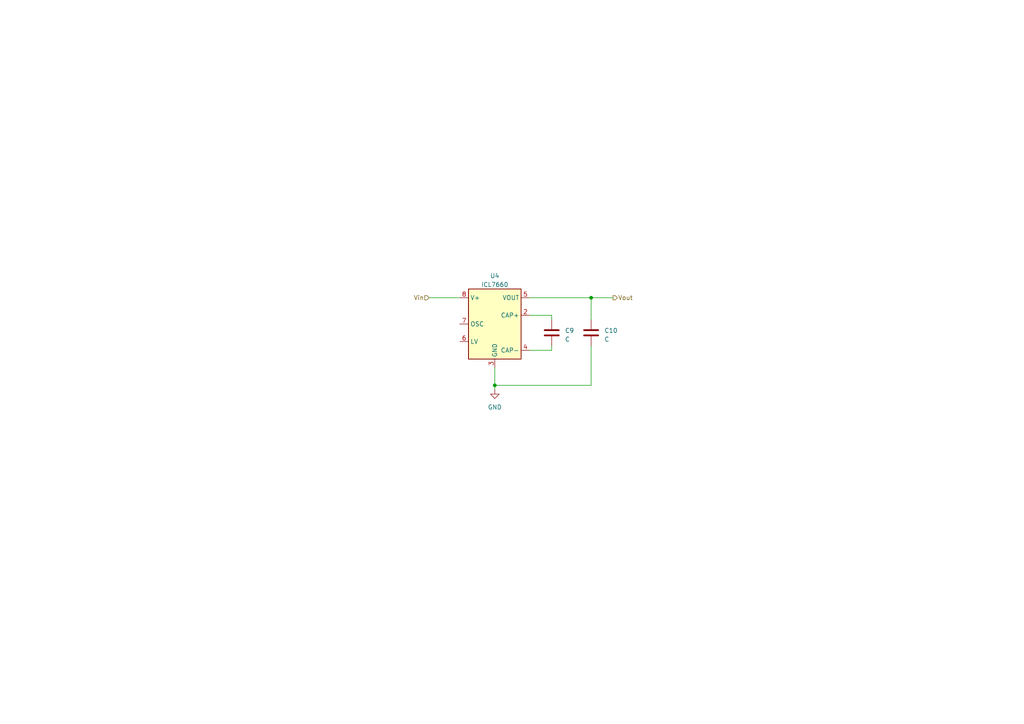
<source format=kicad_sch>
(kicad_sch (version 20230121) (generator eeschema)

  (uuid 1c68c5a7-098f-44ba-9a55-443726d13f5f)

  (paper "A4")

  (lib_symbols
    (symbol "Device:C" (pin_numbers hide) (pin_names (offset 0.254)) (in_bom yes) (on_board yes)
      (property "Reference" "C" (at 0.635 2.54 0)
        (effects (font (size 1.27 1.27)) (justify left))
      )
      (property "Value" "C" (at 0.635 -2.54 0)
        (effects (font (size 1.27 1.27)) (justify left))
      )
      (property "Footprint" "" (at 0.9652 -3.81 0)
        (effects (font (size 1.27 1.27)) hide)
      )
      (property "Datasheet" "~" (at 0 0 0)
        (effects (font (size 1.27 1.27)) hide)
      )
      (property "ki_keywords" "cap capacitor" (at 0 0 0)
        (effects (font (size 1.27 1.27)) hide)
      )
      (property "ki_description" "Unpolarized capacitor" (at 0 0 0)
        (effects (font (size 1.27 1.27)) hide)
      )
      (property "ki_fp_filters" "C_*" (at 0 0 0)
        (effects (font (size 1.27 1.27)) hide)
      )
      (symbol "C_0_1"
        (polyline
          (pts
            (xy -2.032 -0.762)
            (xy 2.032 -0.762)
          )
          (stroke (width 0.508) (type default))
          (fill (type none))
        )
        (polyline
          (pts
            (xy -2.032 0.762)
            (xy 2.032 0.762)
          )
          (stroke (width 0.508) (type default))
          (fill (type none))
        )
      )
      (symbol "C_1_1"
        (pin passive line (at 0 3.81 270) (length 2.794)
          (name "~" (effects (font (size 1.27 1.27))))
          (number "1" (effects (font (size 1.27 1.27))))
        )
        (pin passive line (at 0 -3.81 90) (length 2.794)
          (name "~" (effects (font (size 1.27 1.27))))
          (number "2" (effects (font (size 1.27 1.27))))
        )
      )
    )
    (symbol "Regulator_SwitchedCapacitor:ICL7660" (in_bom yes) (on_board yes)
      (property "Reference" "U" (at -6.35 11.43 0)
        (effects (font (size 1.27 1.27)))
      )
      (property "Value" "ICL7660" (at 3.81 11.43 0)
        (effects (font (size 1.27 1.27)))
      )
      (property "Footprint" "" (at 2.54 -2.54 0)
        (effects (font (size 1.27 1.27)) hide)
      )
      (property "Datasheet" "http://datasheets.maximintegrated.com/en/ds/ICL7660-MAX1044.pdf" (at 2.54 -2.54 0)
        (effects (font (size 1.27 1.27)) hide)
      )
      (property "ki_keywords" "monolithic CMOS switched capacitor voltage converter invert double divide multiply" (at 0 0 0)
        (effects (font (size 1.27 1.27)) hide)
      )
      (property "ki_description" "Switched-Capacitor Voltage Converter, 1.5V to 10.0V operating supply voltage, 10mA with a 0.5V output drop, SO-8/DIP-8/µMAX-8/TO-99" (at 0 0 0)
        (effects (font (size 1.27 1.27)) hide)
      )
      (property "ki_fp_filters" "DIP*W7.62mm* SOIC*3.9x4.9mm* MSOP*3x3mm*P0.65mm* TO?99*" (at 0 0 0)
        (effects (font (size 1.27 1.27)) hide)
      )
      (symbol "ICL7660_0_1"
        (rectangle (start -7.62 10.16) (end 7.62 -10.16)
          (stroke (width 0.254) (type default))
          (fill (type background))
        )
      )
      (symbol "ICL7660_1_1"
        (pin no_connect line (at -7.62 5.08 0) (length 2.54) hide
          (name "NC" (effects (font (size 1.27 1.27))))
          (number "1" (effects (font (size 1.27 1.27))))
        )
        (pin input line (at 10.16 2.54 180) (length 2.54)
          (name "CAP+" (effects (font (size 1.27 1.27))))
          (number "2" (effects (font (size 1.27 1.27))))
        )
        (pin power_in line (at 0 -12.7 90) (length 2.54)
          (name "GND" (effects (font (size 1.27 1.27))))
          (number "3" (effects (font (size 1.27 1.27))))
        )
        (pin input line (at 10.16 -7.62 180) (length 2.54)
          (name "CAP-" (effects (font (size 1.27 1.27))))
          (number "4" (effects (font (size 1.27 1.27))))
        )
        (pin power_out line (at 10.16 7.62 180) (length 2.54)
          (name "VOUT" (effects (font (size 1.27 1.27))))
          (number "5" (effects (font (size 1.27 1.27))))
        )
        (pin input line (at -10.16 -5.08 0) (length 2.54)
          (name "LV" (effects (font (size 1.27 1.27))))
          (number "6" (effects (font (size 1.27 1.27))))
        )
        (pin input line (at -10.16 0 0) (length 2.54)
          (name "OSC" (effects (font (size 1.27 1.27))))
          (number "7" (effects (font (size 1.27 1.27))))
        )
        (pin power_in line (at -10.16 7.62 0) (length 2.54)
          (name "V+" (effects (font (size 1.27 1.27))))
          (number "8" (effects (font (size 1.27 1.27))))
        )
      )
    )
    (symbol "power:GND" (power) (pin_names (offset 0)) (in_bom yes) (on_board yes)
      (property "Reference" "#PWR" (at 0 -6.35 0)
        (effects (font (size 1.27 1.27)) hide)
      )
      (property "Value" "GND" (at 0 -3.81 0)
        (effects (font (size 1.27 1.27)))
      )
      (property "Footprint" "" (at 0 0 0)
        (effects (font (size 1.27 1.27)) hide)
      )
      (property "Datasheet" "" (at 0 0 0)
        (effects (font (size 1.27 1.27)) hide)
      )
      (property "ki_keywords" "global power" (at 0 0 0)
        (effects (font (size 1.27 1.27)) hide)
      )
      (property "ki_description" "Power symbol creates a global label with name \"GND\" , ground" (at 0 0 0)
        (effects (font (size 1.27 1.27)) hide)
      )
      (symbol "GND_0_1"
        (polyline
          (pts
            (xy 0 0)
            (xy 0 -1.27)
            (xy 1.27 -1.27)
            (xy 0 -2.54)
            (xy -1.27 -1.27)
            (xy 0 -1.27)
          )
          (stroke (width 0) (type default))
          (fill (type none))
        )
      )
      (symbol "GND_1_1"
        (pin power_in line (at 0 0 270) (length 0) hide
          (name "GND" (effects (font (size 1.27 1.27))))
          (number "1" (effects (font (size 1.27 1.27))))
        )
      )
    )
  )

  (junction (at 143.51 111.76) (diameter 0) (color 0 0 0 0)
    (uuid 2c66a82f-7557-47f0-9333-2a9db4dcc7b3)
  )
  (junction (at 171.45 86.36) (diameter 0) (color 0 0 0 0)
    (uuid 8de66453-458d-4288-aa0d-c0226c3f6739)
  )

  (wire (pts (xy 143.51 111.76) (xy 171.45 111.76))
    (stroke (width 0) (type default))
    (uuid 36d420a5-a9f3-41ca-97b4-6e78bab232ff)
  )
  (wire (pts (xy 124.46 86.36) (xy 133.35 86.36))
    (stroke (width 0) (type default))
    (uuid 3a5b1380-fa9a-418f-a2fd-92a9e4cefe75)
  )
  (wire (pts (xy 153.67 86.36) (xy 171.45 86.36))
    (stroke (width 0) (type default))
    (uuid 4fa0f43d-b51e-459c-9fd7-c643bb21acd7)
  )
  (wire (pts (xy 171.45 111.76) (xy 171.45 100.33))
    (stroke (width 0) (type default))
    (uuid 6a1c42a0-4cda-4749-9d1e-13e1da2dd3e3)
  )
  (wire (pts (xy 160.02 92.71) (xy 160.02 91.44))
    (stroke (width 0) (type default))
    (uuid 77231979-0c31-4458-93b1-9f17e91b00a9)
  )
  (wire (pts (xy 153.67 91.44) (xy 160.02 91.44))
    (stroke (width 0) (type default))
    (uuid 98329d4f-691d-44ba-bc1f-154dfbe010a4)
  )
  (wire (pts (xy 143.51 106.68) (xy 143.51 111.76))
    (stroke (width 0) (type default))
    (uuid bc2b9702-30f7-43c0-a9ed-d88d0035c341)
  )
  (wire (pts (xy 153.67 101.6) (xy 160.02 101.6))
    (stroke (width 0) (type default))
    (uuid bff85fe5-e0df-4f26-bc8c-395b7ab8b23e)
  )
  (wire (pts (xy 143.51 111.76) (xy 143.51 113.03))
    (stroke (width 0) (type default))
    (uuid f47358ce-dc7c-4e02-8119-71ad2fa1af7b)
  )
  (wire (pts (xy 171.45 86.36) (xy 171.45 92.71))
    (stroke (width 0) (type default))
    (uuid f5eb562b-f5c2-4dd8-9570-7044fb0940ee)
  )
  (wire (pts (xy 160.02 101.6) (xy 160.02 100.33))
    (stroke (width 0) (type default))
    (uuid fd028b46-1ebc-4335-afe0-464a3a78babd)
  )
  (wire (pts (xy 171.45 86.36) (xy 177.8 86.36))
    (stroke (width 0) (type default))
    (uuid fd75a3e1-ae00-4411-bff0-19896ec19698)
  )

  (hierarchical_label "Vin" (shape input) (at 124.46 86.36 180) (fields_autoplaced)
    (effects (font (size 1.27 1.27)) (justify right))
    (uuid 5685f98d-0792-4754-a4c4-e9bac11cf3ff)
  )
  (hierarchical_label "Vout" (shape output) (at 177.8 86.36 0) (fields_autoplaced)
    (effects (font (size 1.27 1.27)) (justify left))
    (uuid 72e2e623-9ea7-4d06-aaee-a84336fcf42c)
  )

  (symbol (lib_id "Regulator_SwitchedCapacitor:ICL7660") (at 143.51 93.98 0) (unit 1)
    (in_bom yes) (on_board yes) (dnp no) (fields_autoplaced)
    (uuid 221a958e-f72f-4853-8d64-8b8ea928e226)
    (property "Reference" "U4" (at 143.51 80.01 0)
      (effects (font (size 1.27 1.27)))
    )
    (property "Value" "ICL7660" (at 143.51 82.55 0)
      (effects (font (size 1.27 1.27)))
    )
    (property "Footprint" "Package_SO:SOIC-8_3.9x4.9mm_P1.27mm" (at 146.05 96.52 0)
      (effects (font (size 1.27 1.27)) hide)
    )
    (property "Datasheet" "http://datasheets.maximintegrated.com/en/ds/ICL7660-MAX1044.pdf" (at 146.05 96.52 0)
      (effects (font (size 1.27 1.27)) hide)
    )
    (pin "1" (uuid 50e38e84-d0d8-4e23-a21e-694359a628e1))
    (pin "2" (uuid e64f5174-6daf-4bb1-a1bc-ed35f9e47572))
    (pin "3" (uuid a7095df5-0f72-4d85-8329-eeaa56f43859))
    (pin "4" (uuid f9468d9e-005d-4cfb-9687-c7f53a08f348))
    (pin "5" (uuid a7bedb70-27b3-42b9-835e-06fbabf087e2))
    (pin "6" (uuid 5f51e193-3553-4db3-a640-8f933200ee94))
    (pin "7" (uuid f8984294-1579-4ead-98ad-39d3cf7f3549))
    (pin "8" (uuid 4b1e6a27-01db-4f7d-a86b-fc7f53da1cc6))
    (instances
      (project "projektkicad"
        (path "/e57db828-30b6-44fa-8660-1cf6ed92f420"
          (reference "U4") (unit 1)
        )
        (path "/e57db828-30b6-44fa-8660-1cf6ed92f420/7743a173-484d-4440-8973-bfcd80ac723e"
          (reference "U7") (unit 1)
        )
      )
    )
  )

  (symbol (lib_id "power:GND") (at 143.51 113.03 0) (unit 1)
    (in_bom yes) (on_board yes) (dnp no) (fields_autoplaced)
    (uuid 68cfbdf4-6a9f-49be-b764-c0a9b73c68e6)
    (property "Reference" "#PWR09" (at 143.51 119.38 0)
      (effects (font (size 1.27 1.27)) hide)
    )
    (property "Value" "GND" (at 143.51 118.11 0)
      (effects (font (size 1.27 1.27)))
    )
    (property "Footprint" "" (at 143.51 113.03 0)
      (effects (font (size 1.27 1.27)) hide)
    )
    (property "Datasheet" "" (at 143.51 113.03 0)
      (effects (font (size 1.27 1.27)) hide)
    )
    (pin "1" (uuid bef40f28-765b-478a-bffe-bdc91d25f089))
    (instances
      (project "projektkicad"
        (path "/e57db828-30b6-44fa-8660-1cf6ed92f420/7743a173-484d-4440-8973-bfcd80ac723e"
          (reference "#PWR09") (unit 1)
        )
      )
    )
  )

  (symbol (lib_id "Device:C") (at 160.02 96.52 0) (unit 1)
    (in_bom yes) (on_board yes) (dnp no) (fields_autoplaced)
    (uuid 99785578-c74a-4e70-ba6f-5911b2096bfc)
    (property "Reference" "C9" (at 163.83 95.885 0)
      (effects (font (size 1.27 1.27)) (justify left))
    )
    (property "Value" "C" (at 163.83 98.425 0)
      (effects (font (size 1.27 1.27)) (justify left))
    )
    (property "Footprint" "Capacitor_SMD:C_0805_2012Metric_Pad1.18x1.45mm_HandSolder" (at 160.9852 100.33 0)
      (effects (font (size 1.27 1.27)) hide)
    )
    (property "Datasheet" "~" (at 160.02 96.52 0)
      (effects (font (size 1.27 1.27)) hide)
    )
    (pin "1" (uuid f50fab46-9939-4f5a-b4dd-1ddb926c07ad))
    (pin "2" (uuid 77d3dddd-5a4c-4b5e-b0ae-84e6d737e676))
    (instances
      (project "projektkicad"
        (path "/e57db828-30b6-44fa-8660-1cf6ed92f420/7743a173-484d-4440-8973-bfcd80ac723e"
          (reference "C9") (unit 1)
        )
      )
    )
  )

  (symbol (lib_id "Device:C") (at 171.45 96.52 0) (unit 1)
    (in_bom yes) (on_board yes) (dnp no) (fields_autoplaced)
    (uuid a4ec4418-c8cd-431c-b15c-9b513cb34f49)
    (property "Reference" "C10" (at 175.26 95.885 0)
      (effects (font (size 1.27 1.27)) (justify left))
    )
    (property "Value" "C" (at 175.26 98.425 0)
      (effects (font (size 1.27 1.27)) (justify left))
    )
    (property "Footprint" "Capacitor_SMD:C_0805_2012Metric_Pad1.18x1.45mm_HandSolder" (at 172.4152 100.33 0)
      (effects (font (size 1.27 1.27)) hide)
    )
    (property "Datasheet" "~" (at 171.45 96.52 0)
      (effects (font (size 1.27 1.27)) hide)
    )
    (pin "1" (uuid 15307a8d-7ce1-4dc2-a4eb-ca40dead4ccc))
    (pin "2" (uuid fa6a002e-3d80-4fc4-bfa6-6d7fe1a6f1f9))
    (instances
      (project "projektkicad"
        (path "/e57db828-30b6-44fa-8660-1cf6ed92f420/7743a173-484d-4440-8973-bfcd80ac723e"
          (reference "C10") (unit 1)
        )
      )
    )
  )
)

</source>
